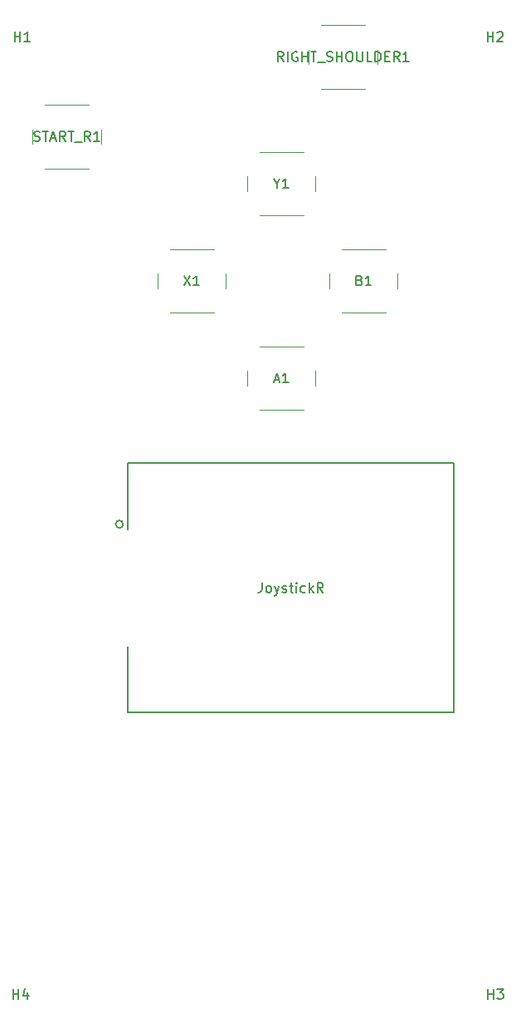
<source format=gbr>
%TF.GenerationSoftware,KiCad,Pcbnew,8.0.2*%
%TF.CreationDate,2024-05-08T14:23:23+01:00*%
%TF.ProjectId,Right_Controller_PCB_Bluetooth,52696768-745f-4436-9f6e-74726f6c6c65,V01*%
%TF.SameCoordinates,Original*%
%TF.FileFunction,Legend,Top*%
%TF.FilePolarity,Positive*%
%FSLAX46Y46*%
G04 Gerber Fmt 4.6, Leading zero omitted, Abs format (unit mm)*
G04 Created by KiCad (PCBNEW 8.0.2) date 2024-05-08 14:23:23*
%MOMM*%
%LPD*%
G01*
G04 APERTURE LIST*
%ADD10C,0.150000*%
%ADD11C,0.203200*%
%ADD12C,0.120000*%
G04 APERTURE END LIST*
D10*
X118618095Y-49730819D02*
X118618095Y-48730819D01*
X118618095Y-49207009D02*
X119189523Y-49207009D01*
X119189523Y-49730819D02*
X119189523Y-48730819D01*
X120189523Y-49730819D02*
X119618095Y-49730819D01*
X119903809Y-49730819D02*
X119903809Y-48730819D01*
X119903809Y-48730819D02*
X119808571Y-48873676D01*
X119808571Y-48873676D02*
X119713333Y-48968914D01*
X119713333Y-48968914D02*
X119618095Y-49016533D01*
X143859618Y-104864819D02*
X143859618Y-105579104D01*
X143859618Y-105579104D02*
X143811999Y-105721961D01*
X143811999Y-105721961D02*
X143716761Y-105817200D01*
X143716761Y-105817200D02*
X143573904Y-105864819D01*
X143573904Y-105864819D02*
X143478666Y-105864819D01*
X144478666Y-105864819D02*
X144383428Y-105817200D01*
X144383428Y-105817200D02*
X144335809Y-105769580D01*
X144335809Y-105769580D02*
X144288190Y-105674342D01*
X144288190Y-105674342D02*
X144288190Y-105388628D01*
X144288190Y-105388628D02*
X144335809Y-105293390D01*
X144335809Y-105293390D02*
X144383428Y-105245771D01*
X144383428Y-105245771D02*
X144478666Y-105198152D01*
X144478666Y-105198152D02*
X144621523Y-105198152D01*
X144621523Y-105198152D02*
X144716761Y-105245771D01*
X144716761Y-105245771D02*
X144764380Y-105293390D01*
X144764380Y-105293390D02*
X144811999Y-105388628D01*
X144811999Y-105388628D02*
X144811999Y-105674342D01*
X144811999Y-105674342D02*
X144764380Y-105769580D01*
X144764380Y-105769580D02*
X144716761Y-105817200D01*
X144716761Y-105817200D02*
X144621523Y-105864819D01*
X144621523Y-105864819D02*
X144478666Y-105864819D01*
X145145333Y-105198152D02*
X145383428Y-105864819D01*
X145621523Y-105198152D02*
X145383428Y-105864819D01*
X145383428Y-105864819D02*
X145288190Y-106102914D01*
X145288190Y-106102914D02*
X145240571Y-106150533D01*
X145240571Y-106150533D02*
X145145333Y-106198152D01*
X145954857Y-105817200D02*
X146050095Y-105864819D01*
X146050095Y-105864819D02*
X146240571Y-105864819D01*
X146240571Y-105864819D02*
X146335809Y-105817200D01*
X146335809Y-105817200D02*
X146383428Y-105721961D01*
X146383428Y-105721961D02*
X146383428Y-105674342D01*
X146383428Y-105674342D02*
X146335809Y-105579104D01*
X146335809Y-105579104D02*
X146240571Y-105531485D01*
X146240571Y-105531485D02*
X146097714Y-105531485D01*
X146097714Y-105531485D02*
X146002476Y-105483866D01*
X146002476Y-105483866D02*
X145954857Y-105388628D01*
X145954857Y-105388628D02*
X145954857Y-105341009D01*
X145954857Y-105341009D02*
X146002476Y-105245771D01*
X146002476Y-105245771D02*
X146097714Y-105198152D01*
X146097714Y-105198152D02*
X146240571Y-105198152D01*
X146240571Y-105198152D02*
X146335809Y-105245771D01*
X146669143Y-105198152D02*
X147050095Y-105198152D01*
X146812000Y-104864819D02*
X146812000Y-105721961D01*
X146812000Y-105721961D02*
X146859619Y-105817200D01*
X146859619Y-105817200D02*
X146954857Y-105864819D01*
X146954857Y-105864819D02*
X147050095Y-105864819D01*
X147383429Y-105864819D02*
X147383429Y-105198152D01*
X147383429Y-104864819D02*
X147335810Y-104912438D01*
X147335810Y-104912438D02*
X147383429Y-104960057D01*
X147383429Y-104960057D02*
X147431048Y-104912438D01*
X147431048Y-104912438D02*
X147383429Y-104864819D01*
X147383429Y-104864819D02*
X147383429Y-104960057D01*
X148288190Y-105817200D02*
X148192952Y-105864819D01*
X148192952Y-105864819D02*
X148002476Y-105864819D01*
X148002476Y-105864819D02*
X147907238Y-105817200D01*
X147907238Y-105817200D02*
X147859619Y-105769580D01*
X147859619Y-105769580D02*
X147812000Y-105674342D01*
X147812000Y-105674342D02*
X147812000Y-105388628D01*
X147812000Y-105388628D02*
X147859619Y-105293390D01*
X147859619Y-105293390D02*
X147907238Y-105245771D01*
X147907238Y-105245771D02*
X148002476Y-105198152D01*
X148002476Y-105198152D02*
X148192952Y-105198152D01*
X148192952Y-105198152D02*
X148288190Y-105245771D01*
X148716762Y-105864819D02*
X148716762Y-104864819D01*
X148812000Y-105483866D02*
X149097714Y-105864819D01*
X149097714Y-105198152D02*
X148716762Y-105579104D01*
X150097714Y-105864819D02*
X149764381Y-105388628D01*
X149526286Y-105864819D02*
X149526286Y-104864819D01*
X149526286Y-104864819D02*
X149907238Y-104864819D01*
X149907238Y-104864819D02*
X150002476Y-104912438D01*
X150002476Y-104912438D02*
X150050095Y-104960057D01*
X150050095Y-104960057D02*
X150097714Y-105055295D01*
X150097714Y-105055295D02*
X150097714Y-105198152D01*
X150097714Y-105198152D02*
X150050095Y-105293390D01*
X150050095Y-105293390D02*
X150002476Y-105341009D01*
X150002476Y-105341009D02*
X149907238Y-105388628D01*
X149907238Y-105388628D02*
X149526286Y-105388628D01*
X120618666Y-59843200D02*
X120761523Y-59890819D01*
X120761523Y-59890819D02*
X120999618Y-59890819D01*
X120999618Y-59890819D02*
X121094856Y-59843200D01*
X121094856Y-59843200D02*
X121142475Y-59795580D01*
X121142475Y-59795580D02*
X121190094Y-59700342D01*
X121190094Y-59700342D02*
X121190094Y-59605104D01*
X121190094Y-59605104D02*
X121142475Y-59509866D01*
X121142475Y-59509866D02*
X121094856Y-59462247D01*
X121094856Y-59462247D02*
X120999618Y-59414628D01*
X120999618Y-59414628D02*
X120809142Y-59367009D01*
X120809142Y-59367009D02*
X120713904Y-59319390D01*
X120713904Y-59319390D02*
X120666285Y-59271771D01*
X120666285Y-59271771D02*
X120618666Y-59176533D01*
X120618666Y-59176533D02*
X120618666Y-59081295D01*
X120618666Y-59081295D02*
X120666285Y-58986057D01*
X120666285Y-58986057D02*
X120713904Y-58938438D01*
X120713904Y-58938438D02*
X120809142Y-58890819D01*
X120809142Y-58890819D02*
X121047237Y-58890819D01*
X121047237Y-58890819D02*
X121190094Y-58938438D01*
X121475809Y-58890819D02*
X122047237Y-58890819D01*
X121761523Y-59890819D02*
X121761523Y-58890819D01*
X122332952Y-59605104D02*
X122809142Y-59605104D01*
X122237714Y-59890819D02*
X122571047Y-58890819D01*
X122571047Y-58890819D02*
X122904380Y-59890819D01*
X123809142Y-59890819D02*
X123475809Y-59414628D01*
X123237714Y-59890819D02*
X123237714Y-58890819D01*
X123237714Y-58890819D02*
X123618666Y-58890819D01*
X123618666Y-58890819D02*
X123713904Y-58938438D01*
X123713904Y-58938438D02*
X123761523Y-58986057D01*
X123761523Y-58986057D02*
X123809142Y-59081295D01*
X123809142Y-59081295D02*
X123809142Y-59224152D01*
X123809142Y-59224152D02*
X123761523Y-59319390D01*
X123761523Y-59319390D02*
X123713904Y-59367009D01*
X123713904Y-59367009D02*
X123618666Y-59414628D01*
X123618666Y-59414628D02*
X123237714Y-59414628D01*
X124094857Y-58890819D02*
X124666285Y-58890819D01*
X124380571Y-59890819D02*
X124380571Y-58890819D01*
X124761524Y-59986057D02*
X125523428Y-59986057D01*
X126332952Y-59890819D02*
X125999619Y-59414628D01*
X125761524Y-59890819D02*
X125761524Y-58890819D01*
X125761524Y-58890819D02*
X126142476Y-58890819D01*
X126142476Y-58890819D02*
X126237714Y-58938438D01*
X126237714Y-58938438D02*
X126285333Y-58986057D01*
X126285333Y-58986057D02*
X126332952Y-59081295D01*
X126332952Y-59081295D02*
X126332952Y-59224152D01*
X126332952Y-59224152D02*
X126285333Y-59319390D01*
X126285333Y-59319390D02*
X126237714Y-59367009D01*
X126237714Y-59367009D02*
X126142476Y-59414628D01*
X126142476Y-59414628D02*
X125761524Y-59414628D01*
X127285333Y-59890819D02*
X126713905Y-59890819D01*
X126999619Y-59890819D02*
X126999619Y-58890819D01*
X126999619Y-58890819D02*
X126904381Y-59033676D01*
X126904381Y-59033676D02*
X126809143Y-59128914D01*
X126809143Y-59128914D02*
X126713905Y-59176533D01*
X145133714Y-84207104D02*
X145609904Y-84207104D01*
X145038476Y-84492819D02*
X145371809Y-83492819D01*
X145371809Y-83492819D02*
X145705142Y-84492819D01*
X146562285Y-84492819D02*
X145990857Y-84492819D01*
X146276571Y-84492819D02*
X146276571Y-83492819D01*
X146276571Y-83492819D02*
X146181333Y-83635676D01*
X146181333Y-83635676D02*
X146086095Y-83730914D01*
X146086095Y-83730914D02*
X145990857Y-83778533D01*
X135894476Y-73586819D02*
X136561142Y-74586819D01*
X136561142Y-73586819D02*
X135894476Y-74586819D01*
X137465904Y-74586819D02*
X136894476Y-74586819D01*
X137180190Y-74586819D02*
X137180190Y-73586819D01*
X137180190Y-73586819D02*
X137084952Y-73729676D01*
X137084952Y-73729676D02*
X136989714Y-73824914D01*
X136989714Y-73824914D02*
X136894476Y-73872533D01*
X146050761Y-51762819D02*
X145717428Y-51286628D01*
X145479333Y-51762819D02*
X145479333Y-50762819D01*
X145479333Y-50762819D02*
X145860285Y-50762819D01*
X145860285Y-50762819D02*
X145955523Y-50810438D01*
X145955523Y-50810438D02*
X146003142Y-50858057D01*
X146003142Y-50858057D02*
X146050761Y-50953295D01*
X146050761Y-50953295D02*
X146050761Y-51096152D01*
X146050761Y-51096152D02*
X146003142Y-51191390D01*
X146003142Y-51191390D02*
X145955523Y-51239009D01*
X145955523Y-51239009D02*
X145860285Y-51286628D01*
X145860285Y-51286628D02*
X145479333Y-51286628D01*
X146479333Y-51762819D02*
X146479333Y-50762819D01*
X147479332Y-50810438D02*
X147384094Y-50762819D01*
X147384094Y-50762819D02*
X147241237Y-50762819D01*
X147241237Y-50762819D02*
X147098380Y-50810438D01*
X147098380Y-50810438D02*
X147003142Y-50905676D01*
X147003142Y-50905676D02*
X146955523Y-51000914D01*
X146955523Y-51000914D02*
X146907904Y-51191390D01*
X146907904Y-51191390D02*
X146907904Y-51334247D01*
X146907904Y-51334247D02*
X146955523Y-51524723D01*
X146955523Y-51524723D02*
X147003142Y-51619961D01*
X147003142Y-51619961D02*
X147098380Y-51715200D01*
X147098380Y-51715200D02*
X147241237Y-51762819D01*
X147241237Y-51762819D02*
X147336475Y-51762819D01*
X147336475Y-51762819D02*
X147479332Y-51715200D01*
X147479332Y-51715200D02*
X147526951Y-51667580D01*
X147526951Y-51667580D02*
X147526951Y-51334247D01*
X147526951Y-51334247D02*
X147336475Y-51334247D01*
X147955523Y-51762819D02*
X147955523Y-50762819D01*
X147955523Y-51239009D02*
X148526951Y-51239009D01*
X148526951Y-51762819D02*
X148526951Y-50762819D01*
X148860285Y-50762819D02*
X149431713Y-50762819D01*
X149145999Y-51762819D02*
X149145999Y-50762819D01*
X149526952Y-51858057D02*
X150288856Y-51858057D01*
X150479333Y-51715200D02*
X150622190Y-51762819D01*
X150622190Y-51762819D02*
X150860285Y-51762819D01*
X150860285Y-51762819D02*
X150955523Y-51715200D01*
X150955523Y-51715200D02*
X151003142Y-51667580D01*
X151003142Y-51667580D02*
X151050761Y-51572342D01*
X151050761Y-51572342D02*
X151050761Y-51477104D01*
X151050761Y-51477104D02*
X151003142Y-51381866D01*
X151003142Y-51381866D02*
X150955523Y-51334247D01*
X150955523Y-51334247D02*
X150860285Y-51286628D01*
X150860285Y-51286628D02*
X150669809Y-51239009D01*
X150669809Y-51239009D02*
X150574571Y-51191390D01*
X150574571Y-51191390D02*
X150526952Y-51143771D01*
X150526952Y-51143771D02*
X150479333Y-51048533D01*
X150479333Y-51048533D02*
X150479333Y-50953295D01*
X150479333Y-50953295D02*
X150526952Y-50858057D01*
X150526952Y-50858057D02*
X150574571Y-50810438D01*
X150574571Y-50810438D02*
X150669809Y-50762819D01*
X150669809Y-50762819D02*
X150907904Y-50762819D01*
X150907904Y-50762819D02*
X151050761Y-50810438D01*
X151479333Y-51762819D02*
X151479333Y-50762819D01*
X151479333Y-51239009D02*
X152050761Y-51239009D01*
X152050761Y-51762819D02*
X152050761Y-50762819D01*
X152717428Y-50762819D02*
X152907904Y-50762819D01*
X152907904Y-50762819D02*
X153003142Y-50810438D01*
X153003142Y-50810438D02*
X153098380Y-50905676D01*
X153098380Y-50905676D02*
X153145999Y-51096152D01*
X153145999Y-51096152D02*
X153145999Y-51429485D01*
X153145999Y-51429485D02*
X153098380Y-51619961D01*
X153098380Y-51619961D02*
X153003142Y-51715200D01*
X153003142Y-51715200D02*
X152907904Y-51762819D01*
X152907904Y-51762819D02*
X152717428Y-51762819D01*
X152717428Y-51762819D02*
X152622190Y-51715200D01*
X152622190Y-51715200D02*
X152526952Y-51619961D01*
X152526952Y-51619961D02*
X152479333Y-51429485D01*
X152479333Y-51429485D02*
X152479333Y-51096152D01*
X152479333Y-51096152D02*
X152526952Y-50905676D01*
X152526952Y-50905676D02*
X152622190Y-50810438D01*
X152622190Y-50810438D02*
X152717428Y-50762819D01*
X153574571Y-50762819D02*
X153574571Y-51572342D01*
X153574571Y-51572342D02*
X153622190Y-51667580D01*
X153622190Y-51667580D02*
X153669809Y-51715200D01*
X153669809Y-51715200D02*
X153765047Y-51762819D01*
X153765047Y-51762819D02*
X153955523Y-51762819D01*
X153955523Y-51762819D02*
X154050761Y-51715200D01*
X154050761Y-51715200D02*
X154098380Y-51667580D01*
X154098380Y-51667580D02*
X154145999Y-51572342D01*
X154145999Y-51572342D02*
X154145999Y-50762819D01*
X155098380Y-51762819D02*
X154622190Y-51762819D01*
X154622190Y-51762819D02*
X154622190Y-50762819D01*
X155431714Y-51762819D02*
X155431714Y-50762819D01*
X155431714Y-50762819D02*
X155669809Y-50762819D01*
X155669809Y-50762819D02*
X155812666Y-50810438D01*
X155812666Y-50810438D02*
X155907904Y-50905676D01*
X155907904Y-50905676D02*
X155955523Y-51000914D01*
X155955523Y-51000914D02*
X156003142Y-51191390D01*
X156003142Y-51191390D02*
X156003142Y-51334247D01*
X156003142Y-51334247D02*
X155955523Y-51524723D01*
X155955523Y-51524723D02*
X155907904Y-51619961D01*
X155907904Y-51619961D02*
X155812666Y-51715200D01*
X155812666Y-51715200D02*
X155669809Y-51762819D01*
X155669809Y-51762819D02*
X155431714Y-51762819D01*
X156431714Y-51239009D02*
X156765047Y-51239009D01*
X156907904Y-51762819D02*
X156431714Y-51762819D01*
X156431714Y-51762819D02*
X156431714Y-50762819D01*
X156431714Y-50762819D02*
X156907904Y-50762819D01*
X157907904Y-51762819D02*
X157574571Y-51286628D01*
X157336476Y-51762819D02*
X157336476Y-50762819D01*
X157336476Y-50762819D02*
X157717428Y-50762819D01*
X157717428Y-50762819D02*
X157812666Y-50810438D01*
X157812666Y-50810438D02*
X157860285Y-50858057D01*
X157860285Y-50858057D02*
X157907904Y-50953295D01*
X157907904Y-50953295D02*
X157907904Y-51096152D01*
X157907904Y-51096152D02*
X157860285Y-51191390D01*
X157860285Y-51191390D02*
X157812666Y-51239009D01*
X157812666Y-51239009D02*
X157717428Y-51286628D01*
X157717428Y-51286628D02*
X157336476Y-51286628D01*
X158860285Y-51762819D02*
X158288857Y-51762819D01*
X158574571Y-51762819D02*
X158574571Y-50762819D01*
X158574571Y-50762819D02*
X158479333Y-50905676D01*
X158479333Y-50905676D02*
X158384095Y-51000914D01*
X158384095Y-51000914D02*
X158288857Y-51048533D01*
X153825238Y-74063009D02*
X153968095Y-74110628D01*
X153968095Y-74110628D02*
X154015714Y-74158247D01*
X154015714Y-74158247D02*
X154063333Y-74253485D01*
X154063333Y-74253485D02*
X154063333Y-74396342D01*
X154063333Y-74396342D02*
X154015714Y-74491580D01*
X154015714Y-74491580D02*
X153968095Y-74539200D01*
X153968095Y-74539200D02*
X153872857Y-74586819D01*
X153872857Y-74586819D02*
X153491905Y-74586819D01*
X153491905Y-74586819D02*
X153491905Y-73586819D01*
X153491905Y-73586819D02*
X153825238Y-73586819D01*
X153825238Y-73586819D02*
X153920476Y-73634438D01*
X153920476Y-73634438D02*
X153968095Y-73682057D01*
X153968095Y-73682057D02*
X154015714Y-73777295D01*
X154015714Y-73777295D02*
X154015714Y-73872533D01*
X154015714Y-73872533D02*
X153968095Y-73967771D01*
X153968095Y-73967771D02*
X153920476Y-74015390D01*
X153920476Y-74015390D02*
X153825238Y-74063009D01*
X153825238Y-74063009D02*
X153491905Y-74063009D01*
X155015714Y-74586819D02*
X154444286Y-74586819D01*
X154730000Y-74586819D02*
X154730000Y-73586819D01*
X154730000Y-73586819D02*
X154634762Y-73729676D01*
X154634762Y-73729676D02*
X154539524Y-73824914D01*
X154539524Y-73824914D02*
X154444286Y-73872533D01*
X166878095Y-49730819D02*
X166878095Y-48730819D01*
X166878095Y-49207009D02*
X167449523Y-49207009D01*
X167449523Y-49730819D02*
X167449523Y-48730819D01*
X167878095Y-48826057D02*
X167925714Y-48778438D01*
X167925714Y-48778438D02*
X168020952Y-48730819D01*
X168020952Y-48730819D02*
X168259047Y-48730819D01*
X168259047Y-48730819D02*
X168354285Y-48778438D01*
X168354285Y-48778438D02*
X168401904Y-48826057D01*
X168401904Y-48826057D02*
X168449523Y-48921295D01*
X168449523Y-48921295D02*
X168449523Y-49016533D01*
X168449523Y-49016533D02*
X168401904Y-49159390D01*
X168401904Y-49159390D02*
X167830476Y-49730819D01*
X167830476Y-49730819D02*
X168449523Y-49730819D01*
X145371809Y-64204628D02*
X145371809Y-64680819D01*
X145038476Y-63680819D02*
X145371809Y-64204628D01*
X145371809Y-64204628D02*
X145705142Y-63680819D01*
X146562285Y-64680819D02*
X145990857Y-64680819D01*
X146276571Y-64680819D02*
X146276571Y-63680819D01*
X146276571Y-63680819D02*
X146181333Y-63823676D01*
X146181333Y-63823676D02*
X146086095Y-63918914D01*
X146086095Y-63918914D02*
X145990857Y-63966533D01*
X166928895Y-147266819D02*
X166928895Y-146266819D01*
X166928895Y-146743009D02*
X167500323Y-146743009D01*
X167500323Y-147266819D02*
X167500323Y-146266819D01*
X167881276Y-146266819D02*
X168500323Y-146266819D01*
X168500323Y-146266819D02*
X168166990Y-146647771D01*
X168166990Y-146647771D02*
X168309847Y-146647771D01*
X168309847Y-146647771D02*
X168405085Y-146695390D01*
X168405085Y-146695390D02*
X168452704Y-146743009D01*
X168452704Y-146743009D02*
X168500323Y-146838247D01*
X168500323Y-146838247D02*
X168500323Y-147076342D01*
X168500323Y-147076342D02*
X168452704Y-147171580D01*
X168452704Y-147171580D02*
X168405085Y-147219200D01*
X168405085Y-147219200D02*
X168309847Y-147266819D01*
X168309847Y-147266819D02*
X168024133Y-147266819D01*
X168024133Y-147266819D02*
X167928895Y-147219200D01*
X167928895Y-147219200D02*
X167881276Y-147171580D01*
X118465695Y-147266819D02*
X118465695Y-146266819D01*
X118465695Y-146743009D02*
X119037123Y-146743009D01*
X119037123Y-147266819D02*
X119037123Y-146266819D01*
X119941885Y-146600152D02*
X119941885Y-147266819D01*
X119703790Y-146219200D02*
X119465695Y-146933485D01*
X119465695Y-146933485D02*
X120084742Y-146933485D01*
D11*
%TO.C,JoystickR1*%
X130149600Y-92710000D02*
X130152000Y-99410000D01*
X130149600Y-92710000D02*
X163482000Y-92710000D01*
X130152000Y-118100000D02*
X130152000Y-111400000D01*
X163482000Y-92710000D02*
X163482000Y-118110000D01*
X163482000Y-118110000D02*
X130152000Y-118100000D01*
X129693000Y-98910000D02*
G75*
G02*
X128931000Y-98910000I-381000J0D01*
G01*
X128931000Y-98910000D02*
G75*
G02*
X129693000Y-98910000I381000J0D01*
G01*
D12*
%TO.C,START_R1*%
X120452000Y-58686000D02*
X120452000Y-60186000D01*
X121702000Y-62686000D02*
X126202000Y-62686000D01*
X126202000Y-56186000D02*
X121702000Y-56186000D01*
X127452000Y-60186000D02*
X127452000Y-58686000D01*
%TO.C,A1*%
X142348000Y-83288000D02*
X142348000Y-84788000D01*
X143598000Y-87288000D02*
X148098000Y-87288000D01*
X148098000Y-80788000D02*
X143598000Y-80788000D01*
X149348000Y-84788000D02*
X149348000Y-83288000D01*
%TO.C,X1*%
X133204000Y-73382000D02*
X133204000Y-74882000D01*
X134454000Y-77382000D02*
X138954000Y-77382000D01*
X138954000Y-70882000D02*
X134454000Y-70882000D01*
X140204000Y-74882000D02*
X140204000Y-73382000D01*
%TO.C,RIGHT_SHOULDER1*%
X148646000Y-50558000D02*
X148646000Y-52058000D01*
X149896000Y-54558000D02*
X154396000Y-54558000D01*
X154396000Y-48058000D02*
X149896000Y-48058000D01*
X155646000Y-52058000D02*
X155646000Y-50558000D01*
%TO.C,B1*%
X150730000Y-73382000D02*
X150730000Y-74882000D01*
X151980000Y-77382000D02*
X156480000Y-77382000D01*
X156480000Y-70882000D02*
X151980000Y-70882000D01*
X157730000Y-74882000D02*
X157730000Y-73382000D01*
%TO.C,Y1*%
X142348000Y-63476000D02*
X142348000Y-64976000D01*
X143598000Y-67476000D02*
X148098000Y-67476000D01*
X148098000Y-60976000D02*
X143598000Y-60976000D01*
X149348000Y-64976000D02*
X149348000Y-63476000D01*
%TD*%
M02*

</source>
